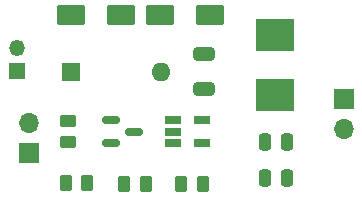
<source format=gts>
%TF.GenerationSoftware,KiCad,Pcbnew,8.0.1*%
%TF.CreationDate,2024-04-05T16:28:00+11:00*%
%TF.ProjectId,Tiny Solar Supply,54696e79-2053-46f6-9c61-722053757070,rev?*%
%TF.SameCoordinates,Original*%
%TF.FileFunction,Soldermask,Top*%
%TF.FilePolarity,Negative*%
%FSLAX46Y46*%
G04 Gerber Fmt 4.6, Leading zero omitted, Abs format (unit mm)*
G04 Created by KiCad (PCBNEW 8.0.1) date 2024-04-05 16:28:00*
%MOMM*%
%LPD*%
G01*
G04 APERTURE LIST*
G04 Aperture macros list*
%AMRoundRect*
0 Rectangle with rounded corners*
0 $1 Rounding radius*
0 $2 $3 $4 $5 $6 $7 $8 $9 X,Y pos of 4 corners*
0 Add a 4 corners polygon primitive as box body*
4,1,4,$2,$3,$4,$5,$6,$7,$8,$9,$2,$3,0*
0 Add four circle primitives for the rounded corners*
1,1,$1+$1,$2,$3*
1,1,$1+$1,$4,$5*
1,1,$1+$1,$6,$7*
1,1,$1+$1,$8,$9*
0 Add four rect primitives between the rounded corners*
20,1,$1+$1,$2,$3,$4,$5,0*
20,1,$1+$1,$4,$5,$6,$7,0*
20,1,$1+$1,$6,$7,$8,$9,0*
20,1,$1+$1,$8,$9,$2,$3,0*%
G04 Aperture macros list end*
%ADD10RoundRect,0.150000X-0.587500X-0.150000X0.587500X-0.150000X0.587500X0.150000X-0.587500X0.150000X0*%
%ADD11RoundRect,0.102000X1.060000X0.750000X-1.060000X0.750000X-1.060000X-0.750000X1.060000X-0.750000X0*%
%ADD12RoundRect,0.250000X-0.262500X-0.450000X0.262500X-0.450000X0.262500X0.450000X-0.262500X0.450000X0*%
%ADD13RoundRect,0.250000X0.262500X0.450000X-0.262500X0.450000X-0.262500X-0.450000X0.262500X-0.450000X0*%
%ADD14RoundRect,0.250000X0.250000X0.475000X-0.250000X0.475000X-0.250000X-0.475000X0.250000X-0.475000X0*%
%ADD15RoundRect,0.102000X-1.060000X-0.750000X1.060000X-0.750000X1.060000X0.750000X-1.060000X0.750000X0*%
%ADD16R,1.700000X1.700000*%
%ADD17O,1.700000X1.700000*%
%ADD18R,3.302000X2.667000*%
%ADD19RoundRect,0.250000X-0.650000X0.325000X-0.650000X-0.325000X0.650000X-0.325000X0.650000X0.325000X0*%
%ADD20R,1.350000X1.350000*%
%ADD21O,1.350000X1.350000*%
%ADD22RoundRect,0.042840X-0.644160X-0.314160X0.644160X-0.314160X0.644160X0.314160X-0.644160X0.314160X0*%
%ADD23RoundRect,0.042840X0.644160X0.314160X-0.644160X0.314160X-0.644160X-0.314160X0.644160X-0.314160X0*%
%ADD24RoundRect,0.250000X-0.450000X0.262500X-0.450000X-0.262500X0.450000X-0.262500X0.450000X0.262500X0*%
%ADD25R,1.600000X1.600000*%
%ADD26O,1.600000X1.600000*%
%ADD27RoundRect,0.250000X-0.250000X-0.475000X0.250000X-0.475000X0.250000X0.475000X-0.250000X0.475000X0*%
G04 APERTURE END LIST*
D10*
%TO.C,Q1*%
X157891000Y-121224000D03*
X157891000Y-123124000D03*
X159766000Y-122174000D03*
%TD*%
D11*
%TO.C,D2*%
X154432000Y-112268000D03*
X158662000Y-112268000D03*
%TD*%
D12*
%TO.C,R4*%
X154027500Y-126492000D03*
X155852500Y-126492000D03*
%TD*%
D13*
%TO.C,R2*%
X160805500Y-126619000D03*
X158980500Y-126619000D03*
%TD*%
D14*
%TO.C,C3*%
X172781000Y-126111000D03*
X170881000Y-126111000D03*
%TD*%
D15*
%TO.C,D1*%
X166199000Y-112268000D03*
X161969000Y-112268000D03*
%TD*%
D16*
%TO.C,J2*%
X150876000Y-123952000D03*
D17*
X150876000Y-121412000D03*
%TD*%
D18*
%TO.C,L1*%
X171704000Y-113982500D03*
X171704000Y-119113300D03*
%TD*%
D13*
%TO.C,R1*%
X165631500Y-126619000D03*
X163806500Y-126619000D03*
%TD*%
D19*
%TO.C,C2*%
X165735000Y-115619000D03*
X165735000Y-118569000D03*
%TD*%
D20*
%TO.C,J4*%
X149860000Y-117062000D03*
D21*
X149860000Y-115062000D03*
%TD*%
D22*
%TO.C,U1*%
X163088000Y-121224000D03*
X163088000Y-122174000D03*
X163088000Y-123124000D03*
D23*
X165588000Y-123124000D03*
X165588000Y-121224000D03*
%TD*%
D16*
%TO.C,J1*%
X177546000Y-119380000D03*
D17*
X177546000Y-121920000D03*
%TD*%
D24*
%TO.C,R3*%
X154178000Y-121261500D03*
X154178000Y-123086500D03*
%TD*%
D25*
%TO.C,J3*%
X154432000Y-117094000D03*
D26*
X162052000Y-117094000D03*
%TD*%
D27*
%TO.C,C1*%
X170881000Y-123063000D03*
X172781000Y-123063000D03*
%TD*%
M02*

</source>
